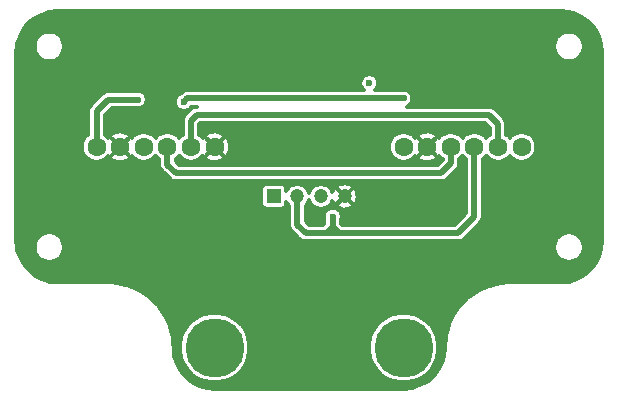
<source format=gbr>
G04 #@! TF.GenerationSoftware,KiCad,Pcbnew,(5.1.10)-1*
G04 #@! TF.CreationDate,2022-05-11T11:06:37+08:00*
G04 #@! TF.ProjectId,RUS-04_1x9,5255532d-3034-45f3-9178-392e6b696361,rev?*
G04 #@! TF.SameCoordinates,Original*
G04 #@! TF.FileFunction,Copper,L2,Bot*
G04 #@! TF.FilePolarity,Positive*
%FSLAX45Y45*%
G04 Gerber Fmt 4.5, Leading zero omitted, Abs format (unit mm)*
G04 Created by KiCad (PCBNEW (5.1.10)-1) date 2022-05-11 11:06:37*
%MOMM*%
%LPD*%
G01*
G04 APERTURE LIST*
G04 #@! TA.AperFunction,ComponentPad*
%ADD10C,1.600000*%
G04 #@! TD*
G04 #@! TA.AperFunction,ComponentPad*
%ADD11C,1.200000*%
G04 #@! TD*
G04 #@! TA.AperFunction,ComponentPad*
%ADD12R,1.200000X1.200000*%
G04 #@! TD*
G04 #@! TA.AperFunction,ComponentPad*
%ADD13C,5.000000*%
G04 #@! TD*
G04 #@! TA.AperFunction,ViaPad*
%ADD14C,0.600000*%
G04 #@! TD*
G04 #@! TA.AperFunction,Conductor*
%ADD15C,0.500000*%
G04 #@! TD*
G04 #@! TA.AperFunction,Conductor*
%ADD16C,0.300000*%
G04 #@! TD*
G04 #@! TA.AperFunction,Conductor*
%ADD17C,0.100000*%
G04 #@! TD*
G04 APERTURE END LIST*
D10*
X6900000Y-3960000D03*
X6700000Y-3960000D03*
X6100000Y-3960000D03*
X6500000Y-3960000D03*
X6300000Y-3960000D03*
X7100000Y-3960000D03*
X9500000Y-3960000D03*
X9300000Y-3960000D03*
X8700000Y-3960000D03*
X9100000Y-3960000D03*
X8900000Y-3960000D03*
X9700000Y-3960000D03*
D11*
X8200000Y-4380000D03*
X8000000Y-4380000D03*
D12*
X7600000Y-4380000D03*
D11*
X7800000Y-4380000D03*
D13*
X8700000Y-5660000D03*
X7100000Y-5660000D03*
D14*
X6500000Y-4420000D03*
X6500000Y-4420000D03*
X5620000Y-3350000D03*
X6500000Y-4580000D03*
X5620000Y-3350000D03*
X5832500Y-2997500D03*
X6100000Y-3120000D03*
X6580000Y-3260000D03*
X6575000Y-2975000D03*
X6650000Y-3280000D03*
X7650000Y-3970000D03*
X7910000Y-3970000D03*
X8030000Y-3970000D03*
X8410000Y-3420000D03*
X8100000Y-4550000D03*
X8100000Y-4550000D03*
X6450000Y-3560000D03*
X6450000Y-3560000D03*
X8700000Y-3550000D03*
X8700000Y-3550000D03*
X6840500Y-3579500D03*
D15*
X9500000Y-3770000D02*
X9420000Y-3690000D01*
X6950000Y-3690000D02*
X6900000Y-3740000D01*
X6900000Y-3740000D02*
X6900000Y-3960000D01*
X9500000Y-3960000D02*
X9500000Y-3770000D01*
X9500000Y-3770000D02*
X9420000Y-3690000D01*
X9500000Y-3960000D02*
X9500000Y-3770000D01*
X9420000Y-3690000D02*
X6950000Y-3690000D01*
X6900000Y-3740000D02*
X6900000Y-3960000D01*
X9420000Y-3690000D02*
X6950000Y-3690000D01*
X6950000Y-3690000D02*
X6900000Y-3740000D01*
X9300000Y-3960000D02*
X9300000Y-4550000D01*
X8030000Y-4690000D02*
X8050000Y-4690000D01*
X8150000Y-4690000D02*
X8100000Y-4640000D01*
X7870000Y-4690000D02*
X7800000Y-4620000D01*
X8100000Y-4640000D02*
X8100000Y-4550000D01*
X8110000Y-4690000D02*
X8030000Y-4690000D01*
X8180000Y-4690000D02*
X8150000Y-4690000D01*
X8180000Y-4690000D02*
X8110000Y-4690000D01*
X8030000Y-4690000D02*
X7870000Y-4690000D01*
X8110000Y-4690000D02*
X8100000Y-4680000D01*
X8050000Y-4690000D02*
X8100000Y-4640000D01*
X8100000Y-4680000D02*
X8100000Y-4640000D01*
X9300000Y-4550000D02*
X9160000Y-4690000D01*
X9160000Y-4690000D02*
X8180000Y-4690000D01*
X7800000Y-4620000D02*
X7800000Y-4380000D01*
X9160000Y-4690000D02*
X8180000Y-4690000D01*
X8050000Y-4690000D02*
X8100000Y-4640000D01*
X7800000Y-4620000D02*
X7800000Y-4380000D01*
X8030000Y-4690000D02*
X7870000Y-4690000D01*
X8110000Y-4690000D02*
X8030000Y-4690000D01*
X8100000Y-4640000D02*
X8100000Y-4550000D01*
X8180000Y-4690000D02*
X8150000Y-4690000D01*
X8100000Y-4680000D02*
X8100000Y-4640000D01*
X7870000Y-4690000D02*
X7800000Y-4620000D01*
X8110000Y-4690000D02*
X8100000Y-4680000D01*
X8150000Y-4690000D02*
X8100000Y-4640000D01*
X8180000Y-4690000D02*
X8110000Y-4690000D01*
X9300000Y-3960000D02*
X9300000Y-4550000D01*
X8030000Y-4690000D02*
X8050000Y-4690000D01*
X9300000Y-4550000D02*
X9160000Y-4690000D01*
X9100000Y-4100000D02*
X9020000Y-4180000D01*
X9020000Y-4180000D02*
X6770000Y-4180000D01*
X6700000Y-4110000D02*
X6700000Y-3960000D01*
X6770000Y-4180000D02*
X6700000Y-4110000D01*
X9100000Y-4100000D02*
X9020000Y-4180000D01*
X6700000Y-4110000D02*
X6700000Y-3960000D01*
X9020000Y-4180000D02*
X6770000Y-4180000D01*
X6770000Y-4180000D02*
X6700000Y-4110000D01*
X9100000Y-3960000D02*
X9100000Y-4100000D01*
X9100000Y-3960000D02*
X9100000Y-4100000D01*
X6100000Y-3660000D02*
X6100000Y-3960000D01*
X6450000Y-3560000D02*
X6200000Y-3560000D01*
X6200000Y-3560000D02*
X6100000Y-3660000D01*
X6100000Y-3660000D02*
X6100000Y-3960000D01*
X6200000Y-3560000D02*
X6100000Y-3660000D01*
X6450000Y-3560000D02*
X6200000Y-3560000D01*
X8700000Y-3550000D02*
X6870000Y-3550000D01*
X6870000Y-3550000D02*
X6840500Y-3579500D01*
X8700000Y-3550000D02*
X6880000Y-3550000D01*
D16*
X10097447Y-2819365D02*
X10162326Y-2838953D01*
X10222164Y-2870770D01*
X10274683Y-2913603D01*
X10317882Y-2965821D01*
X10350115Y-3025436D01*
X10370156Y-3090176D01*
X10377500Y-3160050D01*
X10377500Y-3160096D01*
X10377500Y-4757432D01*
X10370635Y-4827447D01*
X10351047Y-4892326D01*
X10319231Y-4952164D01*
X10276397Y-5004683D01*
X10224178Y-5047882D01*
X10164564Y-5080115D01*
X10099824Y-5100156D01*
X10029950Y-5107500D01*
X10029904Y-5107500D01*
X9597421Y-5107500D01*
X9595505Y-5107689D01*
X9523114Y-5113005D01*
X9521891Y-5113205D01*
X9520651Y-5113244D01*
X9514703Y-5114314D01*
X9428264Y-5135066D01*
X9426699Y-5135593D01*
X9425083Y-5135937D01*
X9419418Y-5138044D01*
X9338021Y-5173774D01*
X9336573Y-5174570D01*
X9335044Y-5175194D01*
X9329842Y-5178271D01*
X9256058Y-5227851D01*
X9254775Y-5228891D01*
X9253380Y-5229776D01*
X9248806Y-5233724D01*
X9248804Y-5233725D01*
X9248804Y-5233726D01*
X9184967Y-5295588D01*
X9183888Y-5296838D01*
X9182672Y-5297957D01*
X9178869Y-5302652D01*
X9178868Y-5302654D01*
X9178868Y-5302654D01*
X9126995Y-5374843D01*
X9126154Y-5376265D01*
X9125155Y-5377581D01*
X9122244Y-5382876D01*
X9122243Y-5382877D01*
X9122243Y-5382878D01*
X9083973Y-5463112D01*
X9083398Y-5464660D01*
X9082648Y-5466132D01*
X9080720Y-5471861D01*
X9057263Y-5557604D01*
X9056970Y-5559230D01*
X9056493Y-5560811D01*
X9055610Y-5566791D01*
X9047727Y-5655115D01*
X9040635Y-5727447D01*
X9021047Y-5792326D01*
X8989231Y-5852164D01*
X8946397Y-5904683D01*
X8894178Y-5947882D01*
X8834564Y-5980115D01*
X8769824Y-6000156D01*
X8699950Y-6007500D01*
X8699904Y-6007500D01*
X7102567Y-6007500D01*
X7032553Y-6000635D01*
X6967674Y-5981047D01*
X6907836Y-5949230D01*
X6855317Y-5906397D01*
X6812118Y-5854178D01*
X6779885Y-5794564D01*
X6759844Y-5729824D01*
X6752500Y-5659950D01*
X6752500Y-5659818D01*
X6752401Y-5658849D01*
X6752359Y-5656155D01*
X6750508Y-5630945D01*
X6805000Y-5630945D01*
X6805000Y-5689055D01*
X6816337Y-5746048D01*
X6838574Y-5799735D01*
X6870858Y-5848052D01*
X6911948Y-5889141D01*
X6960265Y-5921426D01*
X7013952Y-5943663D01*
X7070945Y-5955000D01*
X7129055Y-5955000D01*
X7186048Y-5943663D01*
X7239735Y-5921426D01*
X7288052Y-5889141D01*
X7329141Y-5848052D01*
X7361426Y-5799735D01*
X7383663Y-5746048D01*
X7395000Y-5689055D01*
X7395000Y-5630945D01*
X8405000Y-5630945D01*
X8405000Y-5689055D01*
X8416337Y-5746048D01*
X8438574Y-5799735D01*
X8470859Y-5848052D01*
X8511948Y-5889141D01*
X8560265Y-5921426D01*
X8613952Y-5943663D01*
X8670945Y-5955000D01*
X8729055Y-5955000D01*
X8786048Y-5943663D01*
X8839735Y-5921426D01*
X8888052Y-5889141D01*
X8929142Y-5848052D01*
X8961426Y-5799735D01*
X8983663Y-5746048D01*
X8995000Y-5689055D01*
X8995000Y-5630945D01*
X8983663Y-5573952D01*
X8961426Y-5520265D01*
X8929142Y-5471948D01*
X8888052Y-5430859D01*
X8839735Y-5398574D01*
X8786048Y-5376337D01*
X8729055Y-5365000D01*
X8670945Y-5365000D01*
X8613952Y-5376337D01*
X8560265Y-5398574D01*
X8511948Y-5430859D01*
X8470859Y-5471948D01*
X8438574Y-5520265D01*
X8416337Y-5573952D01*
X8405000Y-5630945D01*
X7395000Y-5630945D01*
X7383663Y-5573952D01*
X7361426Y-5520265D01*
X7329141Y-5471948D01*
X7288052Y-5430859D01*
X7239735Y-5398574D01*
X7186048Y-5376337D01*
X7129055Y-5365000D01*
X7070945Y-5365000D01*
X7013952Y-5376337D01*
X6960265Y-5398574D01*
X6911948Y-5430859D01*
X6870858Y-5471948D01*
X6838574Y-5520265D01*
X6816337Y-5573952D01*
X6805000Y-5630945D01*
X6750508Y-5630945D01*
X6746995Y-5583114D01*
X6746795Y-5581891D01*
X6746756Y-5580651D01*
X6745686Y-5574703D01*
X6724934Y-5488264D01*
X6724407Y-5486699D01*
X6724063Y-5485083D01*
X6721956Y-5479418D01*
X6686226Y-5398021D01*
X6685430Y-5396573D01*
X6684806Y-5395044D01*
X6681729Y-5389842D01*
X6632149Y-5316058D01*
X6631109Y-5314775D01*
X6630224Y-5313380D01*
X6626276Y-5308806D01*
X6626275Y-5308804D01*
X6626274Y-5308804D01*
X6564412Y-5244967D01*
X6563162Y-5243888D01*
X6562043Y-5242672D01*
X6557348Y-5238869D01*
X6557346Y-5238868D01*
X6557346Y-5238868D01*
X6485157Y-5186995D01*
X6483735Y-5186154D01*
X6482419Y-5185155D01*
X6477124Y-5182244D01*
X6477123Y-5182243D01*
X6477122Y-5182243D01*
X6396888Y-5143973D01*
X6395340Y-5143398D01*
X6393868Y-5142648D01*
X6388140Y-5140720D01*
X6388139Y-5140720D01*
X6388139Y-5140720D01*
X6302396Y-5117263D01*
X6300770Y-5116970D01*
X6299189Y-5116493D01*
X6293210Y-5115610D01*
X6293209Y-5115610D01*
X6293209Y-5115610D01*
X6204896Y-5107728D01*
X6202579Y-5107500D01*
X5772567Y-5107500D01*
X5702553Y-5100635D01*
X5637674Y-5081047D01*
X5577836Y-5049231D01*
X5525317Y-5006397D01*
X5482118Y-4954178D01*
X5449885Y-4894564D01*
X5429844Y-4829824D01*
X5426467Y-4797689D01*
X5575000Y-4797689D01*
X5575000Y-4822311D01*
X5579804Y-4846461D01*
X5589227Y-4869210D01*
X5602906Y-4889683D01*
X5620317Y-4907094D01*
X5640790Y-4920774D01*
X5663539Y-4930196D01*
X5687689Y-4935000D01*
X5712311Y-4935000D01*
X5736461Y-4930196D01*
X5759210Y-4920774D01*
X5779683Y-4907094D01*
X5797094Y-4889683D01*
X5810773Y-4869210D01*
X5820196Y-4846461D01*
X5825000Y-4822311D01*
X5825000Y-4797689D01*
X9975000Y-4797689D01*
X9975000Y-4822311D01*
X9979804Y-4846461D01*
X9989227Y-4869210D01*
X10002906Y-4889683D01*
X10020317Y-4907094D01*
X10040790Y-4920774D01*
X10063539Y-4930196D01*
X10087689Y-4935000D01*
X10112311Y-4935000D01*
X10136461Y-4930196D01*
X10159210Y-4920774D01*
X10179683Y-4907094D01*
X10197094Y-4889683D01*
X10210774Y-4869210D01*
X10220196Y-4846461D01*
X10225000Y-4822311D01*
X10225000Y-4797689D01*
X10220196Y-4773539D01*
X10210774Y-4750790D01*
X10197094Y-4730317D01*
X10179683Y-4712906D01*
X10159210Y-4699227D01*
X10136461Y-4689804D01*
X10112311Y-4685000D01*
X10087689Y-4685000D01*
X10063539Y-4689804D01*
X10040790Y-4699227D01*
X10020317Y-4712906D01*
X10002906Y-4730317D01*
X9989227Y-4750790D01*
X9979804Y-4773539D01*
X9975000Y-4797689D01*
X5825000Y-4797689D01*
X5820196Y-4773539D01*
X5810773Y-4750790D01*
X5797094Y-4730317D01*
X5779683Y-4712906D01*
X5759210Y-4699227D01*
X5736461Y-4689804D01*
X5712311Y-4685000D01*
X5687689Y-4685000D01*
X5663539Y-4689804D01*
X5640790Y-4699227D01*
X5620317Y-4712906D01*
X5602906Y-4730317D01*
X5589227Y-4750790D01*
X5579804Y-4773539D01*
X5575000Y-4797689D01*
X5426467Y-4797689D01*
X5422500Y-4759950D01*
X5422500Y-4759904D01*
X5422500Y-3947689D01*
X5975000Y-3947689D01*
X5975000Y-3972311D01*
X5979804Y-3996461D01*
X5989226Y-4019210D01*
X6002906Y-4039683D01*
X6020317Y-4057094D01*
X6040790Y-4070773D01*
X6063539Y-4080196D01*
X6087689Y-4085000D01*
X6112311Y-4085000D01*
X6136461Y-4080196D01*
X6159210Y-4070773D01*
X6179683Y-4057094D01*
X6191498Y-4045279D01*
X6218257Y-4045279D01*
X6225255Y-4067131D01*
X6247591Y-4079655D01*
X6271942Y-4087580D01*
X6297371Y-4090602D01*
X6322900Y-4088606D01*
X6347550Y-4081667D01*
X6370373Y-4070053D01*
X6374745Y-4067131D01*
X6381743Y-4045279D01*
X6300000Y-3963535D01*
X6218257Y-4045279D01*
X6191498Y-4045279D01*
X6197094Y-4039683D01*
X6199067Y-4036730D01*
X6214721Y-4041743D01*
X6296464Y-3960000D01*
X6303535Y-3960000D01*
X6385279Y-4041743D01*
X6400933Y-4036730D01*
X6402906Y-4039683D01*
X6420317Y-4057094D01*
X6440790Y-4070773D01*
X6463539Y-4080196D01*
X6487689Y-4085000D01*
X6512311Y-4085000D01*
X6536461Y-4080196D01*
X6559210Y-4070773D01*
X6579683Y-4057094D01*
X6597094Y-4039683D01*
X6600000Y-4035333D01*
X6602906Y-4039683D01*
X6620317Y-4057094D01*
X6630000Y-4063564D01*
X6630000Y-4106561D01*
X6629661Y-4110000D01*
X6630000Y-4113439D01*
X6630000Y-4113439D01*
X6631013Y-4123722D01*
X6635015Y-4136917D01*
X6641515Y-4149078D01*
X6648071Y-4157066D01*
X6650263Y-4159737D01*
X6652934Y-4161929D01*
X6718070Y-4227065D01*
X6720263Y-4229737D01*
X6730922Y-4238485D01*
X6743082Y-4244985D01*
X6756278Y-4248987D01*
X6766561Y-4250000D01*
X6766561Y-4250000D01*
X6770000Y-4250339D01*
X6773439Y-4250000D01*
X9016561Y-4250000D01*
X9020000Y-4250339D01*
X9023439Y-4250000D01*
X9023439Y-4250000D01*
X9033722Y-4248987D01*
X9046918Y-4244985D01*
X9059078Y-4238485D01*
X9069737Y-4229737D01*
X9071930Y-4227065D01*
X9147066Y-4151929D01*
X9149737Y-4149737D01*
X9151929Y-4147066D01*
X9158485Y-4139078D01*
X9164985Y-4126917D01*
X9165954Y-4123722D01*
X9168987Y-4113722D01*
X9170000Y-4103439D01*
X9170000Y-4103439D01*
X9170339Y-4100000D01*
X9170000Y-4096561D01*
X9170000Y-4063564D01*
X9179683Y-4057094D01*
X9197094Y-4039683D01*
X9200000Y-4035333D01*
X9202906Y-4039683D01*
X9220317Y-4057094D01*
X9230000Y-4063564D01*
X9230000Y-4521005D01*
X9131005Y-4620000D01*
X8178995Y-4620000D01*
X8170000Y-4611005D01*
X8170000Y-4576990D01*
X8172118Y-4571877D01*
X8175000Y-4557387D01*
X8175000Y-4542613D01*
X8172118Y-4528123D01*
X8166464Y-4514474D01*
X8158256Y-4502190D01*
X8147810Y-4491744D01*
X8135526Y-4483536D01*
X8121877Y-4477882D01*
X8107387Y-4475000D01*
X8092613Y-4475000D01*
X8078123Y-4477882D01*
X8064474Y-4483536D01*
X8052190Y-4491744D01*
X8041744Y-4502190D01*
X8033536Y-4514474D01*
X8027882Y-4528123D01*
X8025000Y-4542613D01*
X8025000Y-4557387D01*
X8027882Y-4571877D01*
X8030000Y-4576990D01*
X8030000Y-4611005D01*
X8021005Y-4620000D01*
X7898995Y-4620000D01*
X7870000Y-4591005D01*
X7870000Y-4458493D01*
X7881559Y-4446934D01*
X7893050Y-4429736D01*
X7900000Y-4412957D01*
X7906950Y-4429736D01*
X7918441Y-4446934D01*
X7933066Y-4461559D01*
X7950264Y-4473050D01*
X7969373Y-4480965D01*
X7989658Y-4485000D01*
X8010342Y-4485000D01*
X8030627Y-4480965D01*
X8049736Y-4473050D01*
X8066934Y-4461559D01*
X8077428Y-4451064D01*
X8132471Y-4451064D01*
X8137070Y-4470869D01*
X8156007Y-4481400D01*
X8176634Y-4488034D01*
X8198160Y-4490517D01*
X8219756Y-4488752D01*
X8240593Y-4482809D01*
X8259870Y-4472914D01*
X8262930Y-4470869D01*
X8267529Y-4451064D01*
X8200000Y-4383536D01*
X8132471Y-4451064D01*
X8077428Y-4451064D01*
X8081559Y-4446934D01*
X8093050Y-4429736D01*
X8097047Y-4420086D01*
X8097191Y-4420593D01*
X8107086Y-4439870D01*
X8109131Y-4442930D01*
X8128936Y-4447529D01*
X8196464Y-4380000D01*
X8203535Y-4380000D01*
X8271064Y-4447529D01*
X8290869Y-4442930D01*
X8301400Y-4423993D01*
X8308034Y-4403366D01*
X8310517Y-4381840D01*
X8308752Y-4360244D01*
X8302808Y-4339407D01*
X8292914Y-4320130D01*
X8290869Y-4317070D01*
X8271064Y-4312471D01*
X8203535Y-4380000D01*
X8196464Y-4380000D01*
X8128936Y-4312471D01*
X8109131Y-4317070D01*
X8098600Y-4336007D01*
X8097214Y-4340317D01*
X8093050Y-4330264D01*
X8081559Y-4313066D01*
X8077428Y-4308936D01*
X8132471Y-4308936D01*
X8200000Y-4376465D01*
X8267529Y-4308936D01*
X8262930Y-4289131D01*
X8243993Y-4278600D01*
X8223366Y-4271966D01*
X8201840Y-4269483D01*
X8180244Y-4271248D01*
X8159407Y-4277192D01*
X8140130Y-4287086D01*
X8137070Y-4289131D01*
X8132471Y-4308936D01*
X8077428Y-4308936D01*
X8066934Y-4298441D01*
X8049736Y-4286950D01*
X8030627Y-4279035D01*
X8010342Y-4275000D01*
X7989658Y-4275000D01*
X7969373Y-4279035D01*
X7950264Y-4286950D01*
X7933066Y-4298441D01*
X7918441Y-4313066D01*
X7906950Y-4330264D01*
X7900000Y-4347043D01*
X7893050Y-4330264D01*
X7881559Y-4313066D01*
X7866934Y-4298441D01*
X7849736Y-4286950D01*
X7830627Y-4279035D01*
X7810342Y-4275000D01*
X7789658Y-4275000D01*
X7769373Y-4279035D01*
X7750264Y-4286950D01*
X7733066Y-4298441D01*
X7718441Y-4313066D01*
X7706950Y-4330264D01*
X7705218Y-4334446D01*
X7705218Y-4320000D01*
X7704349Y-4311179D01*
X7701776Y-4302696D01*
X7697597Y-4294878D01*
X7691974Y-4288026D01*
X7685122Y-4282403D01*
X7677304Y-4278224D01*
X7668821Y-4275651D01*
X7660000Y-4274782D01*
X7540000Y-4274782D01*
X7531178Y-4275651D01*
X7522696Y-4278224D01*
X7514878Y-4282403D01*
X7508026Y-4288026D01*
X7502403Y-4294878D01*
X7498224Y-4302696D01*
X7495651Y-4311179D01*
X7494782Y-4320000D01*
X7494782Y-4440000D01*
X7495651Y-4448822D01*
X7498224Y-4457304D01*
X7502403Y-4465122D01*
X7508026Y-4471974D01*
X7514878Y-4477597D01*
X7522696Y-4481776D01*
X7531178Y-4484349D01*
X7540000Y-4485218D01*
X7660000Y-4485218D01*
X7668821Y-4484349D01*
X7677304Y-4481776D01*
X7685122Y-4477597D01*
X7691974Y-4471974D01*
X7697597Y-4465122D01*
X7701776Y-4457304D01*
X7704349Y-4448822D01*
X7705218Y-4440000D01*
X7705218Y-4425554D01*
X7706950Y-4429736D01*
X7718441Y-4446934D01*
X7730000Y-4458493D01*
X7730000Y-4616561D01*
X7729661Y-4620000D01*
X7730000Y-4623439D01*
X7730000Y-4623439D01*
X7731013Y-4633722D01*
X7735015Y-4646917D01*
X7741515Y-4659078D01*
X7747424Y-4666278D01*
X7750263Y-4669737D01*
X7752934Y-4671929D01*
X7818070Y-4737065D01*
X7820263Y-4739737D01*
X7830922Y-4748485D01*
X7843082Y-4754985D01*
X7856278Y-4758987D01*
X7866561Y-4760000D01*
X7866561Y-4760000D01*
X7870000Y-4760339D01*
X7873439Y-4760000D01*
X8046561Y-4760000D01*
X8050000Y-4760339D01*
X8053439Y-4760000D01*
X8106561Y-4760000D01*
X8110000Y-4760339D01*
X8113439Y-4760000D01*
X8146561Y-4760000D01*
X8150000Y-4760339D01*
X8153439Y-4760000D01*
X9156561Y-4760000D01*
X9160000Y-4760339D01*
X9163439Y-4760000D01*
X9163439Y-4760000D01*
X9173722Y-4758987D01*
X9186918Y-4754985D01*
X9199078Y-4748485D01*
X9209737Y-4739737D01*
X9211930Y-4737065D01*
X9347066Y-4601929D01*
X9349737Y-4599737D01*
X9351929Y-4597066D01*
X9358485Y-4589078D01*
X9364985Y-4576918D01*
X9366776Y-4571013D01*
X9368987Y-4563722D01*
X9370000Y-4553439D01*
X9370000Y-4553439D01*
X9370339Y-4550000D01*
X9370000Y-4546561D01*
X9370000Y-4063564D01*
X9379683Y-4057094D01*
X9397094Y-4039683D01*
X9400000Y-4035333D01*
X9402906Y-4039683D01*
X9420317Y-4057094D01*
X9440790Y-4070773D01*
X9463539Y-4080196D01*
X9487689Y-4085000D01*
X9512311Y-4085000D01*
X9536461Y-4080196D01*
X9559210Y-4070773D01*
X9579683Y-4057094D01*
X9597094Y-4039683D01*
X9600000Y-4035333D01*
X9602906Y-4039683D01*
X9620317Y-4057094D01*
X9640790Y-4070773D01*
X9663539Y-4080196D01*
X9687689Y-4085000D01*
X9712311Y-4085000D01*
X9736461Y-4080196D01*
X9759210Y-4070773D01*
X9779683Y-4057094D01*
X9797094Y-4039683D01*
X9810774Y-4019210D01*
X9820196Y-3996461D01*
X9825000Y-3972311D01*
X9825000Y-3947689D01*
X9820196Y-3923539D01*
X9810774Y-3900790D01*
X9797094Y-3880317D01*
X9779683Y-3862906D01*
X9759210Y-3849226D01*
X9736461Y-3839804D01*
X9712311Y-3835000D01*
X9687689Y-3835000D01*
X9663539Y-3839804D01*
X9640790Y-3849226D01*
X9620317Y-3862906D01*
X9602906Y-3880317D01*
X9600000Y-3884667D01*
X9597094Y-3880317D01*
X9579683Y-3862906D01*
X9570000Y-3856436D01*
X9570000Y-3773439D01*
X9570339Y-3770000D01*
X9570000Y-3766561D01*
X9568987Y-3756278D01*
X9564985Y-3743082D01*
X9561769Y-3737066D01*
X9558485Y-3730922D01*
X9551929Y-3722934D01*
X9551929Y-3722934D01*
X9549737Y-3720263D01*
X9547066Y-3718071D01*
X9471930Y-3642935D01*
X9469737Y-3640263D01*
X9459078Y-3631515D01*
X9446918Y-3625015D01*
X9433722Y-3621013D01*
X9423439Y-3620000D01*
X9423439Y-3620000D01*
X9420000Y-3619661D01*
X9416561Y-3620000D01*
X8726989Y-3620000D01*
X8735526Y-3616464D01*
X8747809Y-3608256D01*
X8758256Y-3597810D01*
X8766464Y-3585526D01*
X8772118Y-3571877D01*
X8775000Y-3557387D01*
X8775000Y-3542613D01*
X8772118Y-3528123D01*
X8766464Y-3514474D01*
X8758256Y-3502190D01*
X8747809Y-3491744D01*
X8735526Y-3483536D01*
X8721876Y-3477882D01*
X8707387Y-3475000D01*
X8692613Y-3475000D01*
X8678123Y-3477882D01*
X8673010Y-3480000D01*
X8455200Y-3480000D01*
X8457810Y-3478256D01*
X8468256Y-3467810D01*
X8476464Y-3455526D01*
X8482118Y-3441877D01*
X8485000Y-3427387D01*
X8485000Y-3412613D01*
X8482118Y-3398123D01*
X8476464Y-3384474D01*
X8468256Y-3372190D01*
X8457810Y-3361744D01*
X8445526Y-3353536D01*
X8431877Y-3347882D01*
X8417387Y-3345000D01*
X8402613Y-3345000D01*
X8388123Y-3347882D01*
X8374474Y-3353536D01*
X8362190Y-3361744D01*
X8351744Y-3372190D01*
X8343536Y-3384474D01*
X8337882Y-3398123D01*
X8335000Y-3412613D01*
X8335000Y-3427387D01*
X8337882Y-3441877D01*
X8343536Y-3455526D01*
X8351744Y-3467810D01*
X8362190Y-3478256D01*
X8364800Y-3480000D01*
X6873439Y-3480000D01*
X6870000Y-3479661D01*
X6866561Y-3480000D01*
X6866561Y-3480000D01*
X6856278Y-3481013D01*
X6843082Y-3485015D01*
X6830922Y-3491515D01*
X6820263Y-3500263D01*
X6818070Y-3502935D01*
X6810087Y-3510918D01*
X6804974Y-3513036D01*
X6792690Y-3521244D01*
X6782244Y-3531690D01*
X6774036Y-3543974D01*
X6768382Y-3557623D01*
X6765500Y-3572113D01*
X6765500Y-3586887D01*
X6768382Y-3601377D01*
X6774036Y-3615026D01*
X6782244Y-3627310D01*
X6792690Y-3637756D01*
X6804974Y-3645964D01*
X6818623Y-3651618D01*
X6833113Y-3654500D01*
X6847887Y-3654500D01*
X6862377Y-3651618D01*
X6876026Y-3645964D01*
X6888310Y-3637756D01*
X6898756Y-3627310D01*
X6903640Y-3620000D01*
X6946561Y-3620000D01*
X6936278Y-3621013D01*
X6923082Y-3625015D01*
X6910922Y-3631515D01*
X6900263Y-3640263D01*
X6898071Y-3642934D01*
X6852934Y-3688071D01*
X6850263Y-3690263D01*
X6848071Y-3692934D01*
X6848071Y-3692934D01*
X6841515Y-3700922D01*
X6836804Y-3709737D01*
X6835015Y-3713083D01*
X6831013Y-3726278D01*
X6830000Y-3736561D01*
X6829661Y-3740000D01*
X6830000Y-3743439D01*
X6830000Y-3856436D01*
X6820317Y-3862906D01*
X6802906Y-3880317D01*
X6800000Y-3884667D01*
X6797094Y-3880317D01*
X6779683Y-3862906D01*
X6759210Y-3849226D01*
X6736461Y-3839804D01*
X6712311Y-3835000D01*
X6687689Y-3835000D01*
X6663539Y-3839804D01*
X6640790Y-3849226D01*
X6620317Y-3862906D01*
X6602906Y-3880317D01*
X6600000Y-3884667D01*
X6597094Y-3880317D01*
X6579683Y-3862906D01*
X6559210Y-3849226D01*
X6536461Y-3839804D01*
X6512311Y-3835000D01*
X6487689Y-3835000D01*
X6463539Y-3839804D01*
X6440790Y-3849226D01*
X6420317Y-3862906D01*
X6402906Y-3880317D01*
X6400933Y-3883270D01*
X6385279Y-3878257D01*
X6303535Y-3960000D01*
X6296464Y-3960000D01*
X6214721Y-3878257D01*
X6199067Y-3883270D01*
X6197094Y-3880317D01*
X6191498Y-3874721D01*
X6218257Y-3874721D01*
X6300000Y-3956464D01*
X6381743Y-3874721D01*
X6374745Y-3852869D01*
X6352409Y-3840345D01*
X6328058Y-3832420D01*
X6302629Y-3829397D01*
X6277100Y-3831394D01*
X6252450Y-3838333D01*
X6229627Y-3849947D01*
X6225255Y-3852869D01*
X6218257Y-3874721D01*
X6191498Y-3874721D01*
X6179683Y-3862906D01*
X6170000Y-3856436D01*
X6170000Y-3688995D01*
X6228995Y-3630000D01*
X6423010Y-3630000D01*
X6428123Y-3632118D01*
X6442613Y-3635000D01*
X6457387Y-3635000D01*
X6471877Y-3632118D01*
X6485526Y-3626464D01*
X6497810Y-3618256D01*
X6508256Y-3607810D01*
X6516464Y-3595526D01*
X6522118Y-3581877D01*
X6525000Y-3567387D01*
X6525000Y-3552613D01*
X6522118Y-3538123D01*
X6516464Y-3524474D01*
X6508256Y-3512190D01*
X6497810Y-3501744D01*
X6485526Y-3493536D01*
X6471877Y-3487882D01*
X6457387Y-3485000D01*
X6442613Y-3485000D01*
X6428123Y-3487882D01*
X6423010Y-3490000D01*
X6203439Y-3490000D01*
X6200000Y-3489661D01*
X6186278Y-3491013D01*
X6173082Y-3495015D01*
X6160922Y-3501515D01*
X6160100Y-3502190D01*
X6150263Y-3510263D01*
X6148071Y-3512934D01*
X6052934Y-3608071D01*
X6050263Y-3610263D01*
X6048071Y-3612934D01*
X6048071Y-3612934D01*
X6041515Y-3620922D01*
X6038101Y-3627310D01*
X6035015Y-3633083D01*
X6031013Y-3646278D01*
X6030487Y-3651618D01*
X6029661Y-3660000D01*
X6030000Y-3663439D01*
X6030000Y-3856436D01*
X6020317Y-3862906D01*
X6002906Y-3880317D01*
X5989226Y-3900790D01*
X5979804Y-3923539D01*
X5975000Y-3947689D01*
X5422500Y-3947689D01*
X5422500Y-3162567D01*
X5428861Y-3097689D01*
X5575000Y-3097689D01*
X5575000Y-3122311D01*
X5579804Y-3146461D01*
X5589227Y-3169210D01*
X5602906Y-3189683D01*
X5620317Y-3207094D01*
X5640790Y-3220773D01*
X5663539Y-3230196D01*
X5687689Y-3235000D01*
X5712311Y-3235000D01*
X5736461Y-3230196D01*
X5759210Y-3220773D01*
X5779683Y-3207094D01*
X5797094Y-3189683D01*
X5810773Y-3169210D01*
X5820196Y-3146461D01*
X5825000Y-3122311D01*
X5825000Y-3097689D01*
X9975000Y-3097689D01*
X9975000Y-3122311D01*
X9979804Y-3146461D01*
X9989227Y-3169210D01*
X10002906Y-3189683D01*
X10020317Y-3207094D01*
X10040790Y-3220773D01*
X10063539Y-3230196D01*
X10087689Y-3235000D01*
X10112311Y-3235000D01*
X10136461Y-3230196D01*
X10159210Y-3220773D01*
X10179683Y-3207094D01*
X10197094Y-3189683D01*
X10210774Y-3169210D01*
X10220196Y-3146461D01*
X10225000Y-3122311D01*
X10225000Y-3097689D01*
X10220196Y-3073539D01*
X10210774Y-3050790D01*
X10197094Y-3030317D01*
X10179683Y-3012906D01*
X10159210Y-2999226D01*
X10136461Y-2989804D01*
X10112311Y-2985000D01*
X10087689Y-2985000D01*
X10063539Y-2989804D01*
X10040790Y-2999226D01*
X10020317Y-3012906D01*
X10002906Y-3030317D01*
X9989227Y-3050790D01*
X9979804Y-3073539D01*
X9975000Y-3097689D01*
X5825000Y-3097689D01*
X5820196Y-3073539D01*
X5810773Y-3050790D01*
X5797094Y-3030317D01*
X5779683Y-3012906D01*
X5759210Y-2999226D01*
X5736461Y-2989804D01*
X5712311Y-2985000D01*
X5687689Y-2985000D01*
X5663539Y-2989804D01*
X5640790Y-2999226D01*
X5620317Y-3012906D01*
X5602906Y-3030317D01*
X5589227Y-3050790D01*
X5579804Y-3073539D01*
X5575000Y-3097689D01*
X5428861Y-3097689D01*
X5429365Y-3092553D01*
X5448953Y-3027674D01*
X5480770Y-2967836D01*
X5523603Y-2915317D01*
X5575821Y-2872118D01*
X5635436Y-2839885D01*
X5700176Y-2819844D01*
X5770050Y-2812500D01*
X5770096Y-2812500D01*
X10027433Y-2812500D01*
X10097447Y-2819365D01*
G04 #@! TA.AperFunction,Conductor*
D17*
G36*
X10097447Y-2819365D02*
G01*
X10162326Y-2838953D01*
X10222164Y-2870770D01*
X10274683Y-2913603D01*
X10317882Y-2965821D01*
X10350115Y-3025436D01*
X10370156Y-3090176D01*
X10377500Y-3160050D01*
X10377500Y-3160096D01*
X10377500Y-4757432D01*
X10370635Y-4827447D01*
X10351047Y-4892326D01*
X10319231Y-4952164D01*
X10276397Y-5004683D01*
X10224178Y-5047882D01*
X10164564Y-5080115D01*
X10099824Y-5100156D01*
X10029950Y-5107500D01*
X10029904Y-5107500D01*
X9597421Y-5107500D01*
X9595505Y-5107689D01*
X9523114Y-5113005D01*
X9521891Y-5113205D01*
X9520651Y-5113244D01*
X9514703Y-5114314D01*
X9428264Y-5135066D01*
X9426699Y-5135593D01*
X9425083Y-5135937D01*
X9419418Y-5138044D01*
X9338021Y-5173774D01*
X9336573Y-5174570D01*
X9335044Y-5175194D01*
X9329842Y-5178271D01*
X9256058Y-5227851D01*
X9254775Y-5228891D01*
X9253380Y-5229776D01*
X9248806Y-5233724D01*
X9248804Y-5233725D01*
X9248804Y-5233726D01*
X9184967Y-5295588D01*
X9183888Y-5296838D01*
X9182672Y-5297957D01*
X9178869Y-5302652D01*
X9178868Y-5302654D01*
X9178868Y-5302654D01*
X9126995Y-5374843D01*
X9126154Y-5376265D01*
X9125155Y-5377581D01*
X9122244Y-5382876D01*
X9122243Y-5382877D01*
X9122243Y-5382878D01*
X9083973Y-5463112D01*
X9083398Y-5464660D01*
X9082648Y-5466132D01*
X9080720Y-5471861D01*
X9057263Y-5557604D01*
X9056970Y-5559230D01*
X9056493Y-5560811D01*
X9055610Y-5566791D01*
X9047727Y-5655115D01*
X9040635Y-5727447D01*
X9021047Y-5792326D01*
X8989231Y-5852164D01*
X8946397Y-5904683D01*
X8894178Y-5947882D01*
X8834564Y-5980115D01*
X8769824Y-6000156D01*
X8699950Y-6007500D01*
X8699904Y-6007500D01*
X7102567Y-6007500D01*
X7032553Y-6000635D01*
X6967674Y-5981047D01*
X6907836Y-5949230D01*
X6855317Y-5906397D01*
X6812118Y-5854178D01*
X6779885Y-5794564D01*
X6759844Y-5729824D01*
X6752500Y-5659950D01*
X6752500Y-5659818D01*
X6752401Y-5658849D01*
X6752359Y-5656155D01*
X6750508Y-5630945D01*
X6805000Y-5630945D01*
X6805000Y-5689055D01*
X6816337Y-5746048D01*
X6838574Y-5799735D01*
X6870858Y-5848052D01*
X6911948Y-5889141D01*
X6960265Y-5921426D01*
X7013952Y-5943663D01*
X7070945Y-5955000D01*
X7129055Y-5955000D01*
X7186048Y-5943663D01*
X7239735Y-5921426D01*
X7288052Y-5889141D01*
X7329141Y-5848052D01*
X7361426Y-5799735D01*
X7383663Y-5746048D01*
X7395000Y-5689055D01*
X7395000Y-5630945D01*
X8405000Y-5630945D01*
X8405000Y-5689055D01*
X8416337Y-5746048D01*
X8438574Y-5799735D01*
X8470859Y-5848052D01*
X8511948Y-5889141D01*
X8560265Y-5921426D01*
X8613952Y-5943663D01*
X8670945Y-5955000D01*
X8729055Y-5955000D01*
X8786048Y-5943663D01*
X8839735Y-5921426D01*
X8888052Y-5889141D01*
X8929142Y-5848052D01*
X8961426Y-5799735D01*
X8983663Y-5746048D01*
X8995000Y-5689055D01*
X8995000Y-5630945D01*
X8983663Y-5573952D01*
X8961426Y-5520265D01*
X8929142Y-5471948D01*
X8888052Y-5430859D01*
X8839735Y-5398574D01*
X8786048Y-5376337D01*
X8729055Y-5365000D01*
X8670945Y-5365000D01*
X8613952Y-5376337D01*
X8560265Y-5398574D01*
X8511948Y-5430859D01*
X8470859Y-5471948D01*
X8438574Y-5520265D01*
X8416337Y-5573952D01*
X8405000Y-5630945D01*
X7395000Y-5630945D01*
X7383663Y-5573952D01*
X7361426Y-5520265D01*
X7329141Y-5471948D01*
X7288052Y-5430859D01*
X7239735Y-5398574D01*
X7186048Y-5376337D01*
X7129055Y-5365000D01*
X7070945Y-5365000D01*
X7013952Y-5376337D01*
X6960265Y-5398574D01*
X6911948Y-5430859D01*
X6870858Y-5471948D01*
X6838574Y-5520265D01*
X6816337Y-5573952D01*
X6805000Y-5630945D01*
X6750508Y-5630945D01*
X6746995Y-5583114D01*
X6746795Y-5581891D01*
X6746756Y-5580651D01*
X6745686Y-5574703D01*
X6724934Y-5488264D01*
X6724407Y-5486699D01*
X6724063Y-5485083D01*
X6721956Y-5479418D01*
X6686226Y-5398021D01*
X6685430Y-5396573D01*
X6684806Y-5395044D01*
X6681729Y-5389842D01*
X6632149Y-5316058D01*
X6631109Y-5314775D01*
X6630224Y-5313380D01*
X6626276Y-5308806D01*
X6626275Y-5308804D01*
X6626274Y-5308804D01*
X6564412Y-5244967D01*
X6563162Y-5243888D01*
X6562043Y-5242672D01*
X6557348Y-5238869D01*
X6557346Y-5238868D01*
X6557346Y-5238868D01*
X6485157Y-5186995D01*
X6483735Y-5186154D01*
X6482419Y-5185155D01*
X6477124Y-5182244D01*
X6477123Y-5182243D01*
X6477122Y-5182243D01*
X6396888Y-5143973D01*
X6395340Y-5143398D01*
X6393868Y-5142648D01*
X6388140Y-5140720D01*
X6388139Y-5140720D01*
X6388139Y-5140720D01*
X6302396Y-5117263D01*
X6300770Y-5116970D01*
X6299189Y-5116493D01*
X6293210Y-5115610D01*
X6293209Y-5115610D01*
X6293209Y-5115610D01*
X6204896Y-5107728D01*
X6202579Y-5107500D01*
X5772567Y-5107500D01*
X5702553Y-5100635D01*
X5637674Y-5081047D01*
X5577836Y-5049231D01*
X5525317Y-5006397D01*
X5482118Y-4954178D01*
X5449885Y-4894564D01*
X5429844Y-4829824D01*
X5426467Y-4797689D01*
X5575000Y-4797689D01*
X5575000Y-4822311D01*
X5579804Y-4846461D01*
X5589227Y-4869210D01*
X5602906Y-4889683D01*
X5620317Y-4907094D01*
X5640790Y-4920774D01*
X5663539Y-4930196D01*
X5687689Y-4935000D01*
X5712311Y-4935000D01*
X5736461Y-4930196D01*
X5759210Y-4920774D01*
X5779683Y-4907094D01*
X5797094Y-4889683D01*
X5810773Y-4869210D01*
X5820196Y-4846461D01*
X5825000Y-4822311D01*
X5825000Y-4797689D01*
X9975000Y-4797689D01*
X9975000Y-4822311D01*
X9979804Y-4846461D01*
X9989227Y-4869210D01*
X10002906Y-4889683D01*
X10020317Y-4907094D01*
X10040790Y-4920774D01*
X10063539Y-4930196D01*
X10087689Y-4935000D01*
X10112311Y-4935000D01*
X10136461Y-4930196D01*
X10159210Y-4920774D01*
X10179683Y-4907094D01*
X10197094Y-4889683D01*
X10210774Y-4869210D01*
X10220196Y-4846461D01*
X10225000Y-4822311D01*
X10225000Y-4797689D01*
X10220196Y-4773539D01*
X10210774Y-4750790D01*
X10197094Y-4730317D01*
X10179683Y-4712906D01*
X10159210Y-4699227D01*
X10136461Y-4689804D01*
X10112311Y-4685000D01*
X10087689Y-4685000D01*
X10063539Y-4689804D01*
X10040790Y-4699227D01*
X10020317Y-4712906D01*
X10002906Y-4730317D01*
X9989227Y-4750790D01*
X9979804Y-4773539D01*
X9975000Y-4797689D01*
X5825000Y-4797689D01*
X5820196Y-4773539D01*
X5810773Y-4750790D01*
X5797094Y-4730317D01*
X5779683Y-4712906D01*
X5759210Y-4699227D01*
X5736461Y-4689804D01*
X5712311Y-4685000D01*
X5687689Y-4685000D01*
X5663539Y-4689804D01*
X5640790Y-4699227D01*
X5620317Y-4712906D01*
X5602906Y-4730317D01*
X5589227Y-4750790D01*
X5579804Y-4773539D01*
X5575000Y-4797689D01*
X5426467Y-4797689D01*
X5422500Y-4759950D01*
X5422500Y-4759904D01*
X5422500Y-3947689D01*
X5975000Y-3947689D01*
X5975000Y-3972311D01*
X5979804Y-3996461D01*
X5989226Y-4019210D01*
X6002906Y-4039683D01*
X6020317Y-4057094D01*
X6040790Y-4070773D01*
X6063539Y-4080196D01*
X6087689Y-4085000D01*
X6112311Y-4085000D01*
X6136461Y-4080196D01*
X6159210Y-4070773D01*
X6179683Y-4057094D01*
X6191498Y-4045279D01*
X6218257Y-4045279D01*
X6225255Y-4067131D01*
X6247591Y-4079655D01*
X6271942Y-4087580D01*
X6297371Y-4090602D01*
X6322900Y-4088606D01*
X6347550Y-4081667D01*
X6370373Y-4070053D01*
X6374745Y-4067131D01*
X6381743Y-4045279D01*
X6300000Y-3963535D01*
X6218257Y-4045279D01*
X6191498Y-4045279D01*
X6197094Y-4039683D01*
X6199067Y-4036730D01*
X6214721Y-4041743D01*
X6296464Y-3960000D01*
X6303535Y-3960000D01*
X6385279Y-4041743D01*
X6400933Y-4036730D01*
X6402906Y-4039683D01*
X6420317Y-4057094D01*
X6440790Y-4070773D01*
X6463539Y-4080196D01*
X6487689Y-4085000D01*
X6512311Y-4085000D01*
X6536461Y-4080196D01*
X6559210Y-4070773D01*
X6579683Y-4057094D01*
X6597094Y-4039683D01*
X6600000Y-4035333D01*
X6602906Y-4039683D01*
X6620317Y-4057094D01*
X6630000Y-4063564D01*
X6630000Y-4106561D01*
X6629661Y-4110000D01*
X6630000Y-4113439D01*
X6630000Y-4113439D01*
X6631013Y-4123722D01*
X6635015Y-4136917D01*
X6641515Y-4149078D01*
X6648071Y-4157066D01*
X6650263Y-4159737D01*
X6652934Y-4161929D01*
X6718070Y-4227065D01*
X6720263Y-4229737D01*
X6730922Y-4238485D01*
X6743082Y-4244985D01*
X6756278Y-4248987D01*
X6766561Y-4250000D01*
X6766561Y-4250000D01*
X6770000Y-4250339D01*
X6773439Y-4250000D01*
X9016561Y-4250000D01*
X9020000Y-4250339D01*
X9023439Y-4250000D01*
X9023439Y-4250000D01*
X9033722Y-4248987D01*
X9046918Y-4244985D01*
X9059078Y-4238485D01*
X9069737Y-4229737D01*
X9071930Y-4227065D01*
X9147066Y-4151929D01*
X9149737Y-4149737D01*
X9151929Y-4147066D01*
X9158485Y-4139078D01*
X9164985Y-4126917D01*
X9165954Y-4123722D01*
X9168987Y-4113722D01*
X9170000Y-4103439D01*
X9170000Y-4103439D01*
X9170339Y-4100000D01*
X9170000Y-4096561D01*
X9170000Y-4063564D01*
X9179683Y-4057094D01*
X9197094Y-4039683D01*
X9200000Y-4035333D01*
X9202906Y-4039683D01*
X9220317Y-4057094D01*
X9230000Y-4063564D01*
X9230000Y-4521005D01*
X9131005Y-4620000D01*
X8178995Y-4620000D01*
X8170000Y-4611005D01*
X8170000Y-4576990D01*
X8172118Y-4571877D01*
X8175000Y-4557387D01*
X8175000Y-4542613D01*
X8172118Y-4528123D01*
X8166464Y-4514474D01*
X8158256Y-4502190D01*
X8147810Y-4491744D01*
X8135526Y-4483536D01*
X8121877Y-4477882D01*
X8107387Y-4475000D01*
X8092613Y-4475000D01*
X8078123Y-4477882D01*
X8064474Y-4483536D01*
X8052190Y-4491744D01*
X8041744Y-4502190D01*
X8033536Y-4514474D01*
X8027882Y-4528123D01*
X8025000Y-4542613D01*
X8025000Y-4557387D01*
X8027882Y-4571877D01*
X8030000Y-4576990D01*
X8030000Y-4611005D01*
X8021005Y-4620000D01*
X7898995Y-4620000D01*
X7870000Y-4591005D01*
X7870000Y-4458493D01*
X7881559Y-4446934D01*
X7893050Y-4429736D01*
X7900000Y-4412957D01*
X7906950Y-4429736D01*
X7918441Y-4446934D01*
X7933066Y-4461559D01*
X7950264Y-4473050D01*
X7969373Y-4480965D01*
X7989658Y-4485000D01*
X8010342Y-4485000D01*
X8030627Y-4480965D01*
X8049736Y-4473050D01*
X8066934Y-4461559D01*
X8077428Y-4451064D01*
X8132471Y-4451064D01*
X8137070Y-4470869D01*
X8156007Y-4481400D01*
X8176634Y-4488034D01*
X8198160Y-4490517D01*
X8219756Y-4488752D01*
X8240593Y-4482809D01*
X8259870Y-4472914D01*
X8262930Y-4470869D01*
X8267529Y-4451064D01*
X8200000Y-4383536D01*
X8132471Y-4451064D01*
X8077428Y-4451064D01*
X8081559Y-4446934D01*
X8093050Y-4429736D01*
X8097047Y-4420086D01*
X8097191Y-4420593D01*
X8107086Y-4439870D01*
X8109131Y-4442930D01*
X8128936Y-4447529D01*
X8196464Y-4380000D01*
X8203535Y-4380000D01*
X8271064Y-4447529D01*
X8290869Y-4442930D01*
X8301400Y-4423993D01*
X8308034Y-4403366D01*
X8310517Y-4381840D01*
X8308752Y-4360244D01*
X8302808Y-4339407D01*
X8292914Y-4320130D01*
X8290869Y-4317070D01*
X8271064Y-4312471D01*
X8203535Y-4380000D01*
X8196464Y-4380000D01*
X8128936Y-4312471D01*
X8109131Y-4317070D01*
X8098600Y-4336007D01*
X8097214Y-4340317D01*
X8093050Y-4330264D01*
X8081559Y-4313066D01*
X8077428Y-4308936D01*
X8132471Y-4308936D01*
X8200000Y-4376465D01*
X8267529Y-4308936D01*
X8262930Y-4289131D01*
X8243993Y-4278600D01*
X8223366Y-4271966D01*
X8201840Y-4269483D01*
X8180244Y-4271248D01*
X8159407Y-4277192D01*
X8140130Y-4287086D01*
X8137070Y-4289131D01*
X8132471Y-4308936D01*
X8077428Y-4308936D01*
X8066934Y-4298441D01*
X8049736Y-4286950D01*
X8030627Y-4279035D01*
X8010342Y-4275000D01*
X7989658Y-4275000D01*
X7969373Y-4279035D01*
X7950264Y-4286950D01*
X7933066Y-4298441D01*
X7918441Y-4313066D01*
X7906950Y-4330264D01*
X7900000Y-4347043D01*
X7893050Y-4330264D01*
X7881559Y-4313066D01*
X7866934Y-4298441D01*
X7849736Y-4286950D01*
X7830627Y-4279035D01*
X7810342Y-4275000D01*
X7789658Y-4275000D01*
X7769373Y-4279035D01*
X7750264Y-4286950D01*
X7733066Y-4298441D01*
X7718441Y-4313066D01*
X7706950Y-4330264D01*
X7705218Y-4334446D01*
X7705218Y-4320000D01*
X7704349Y-4311179D01*
X7701776Y-4302696D01*
X7697597Y-4294878D01*
X7691974Y-4288026D01*
X7685122Y-4282403D01*
X7677304Y-4278224D01*
X7668821Y-4275651D01*
X7660000Y-4274782D01*
X7540000Y-4274782D01*
X7531178Y-4275651D01*
X7522696Y-4278224D01*
X7514878Y-4282403D01*
X7508026Y-4288026D01*
X7502403Y-4294878D01*
X7498224Y-4302696D01*
X7495651Y-4311179D01*
X7494782Y-4320000D01*
X7494782Y-4440000D01*
X7495651Y-4448822D01*
X7498224Y-4457304D01*
X7502403Y-4465122D01*
X7508026Y-4471974D01*
X7514878Y-4477597D01*
X7522696Y-4481776D01*
X7531178Y-4484349D01*
X7540000Y-4485218D01*
X7660000Y-4485218D01*
X7668821Y-4484349D01*
X7677304Y-4481776D01*
X7685122Y-4477597D01*
X7691974Y-4471974D01*
X7697597Y-4465122D01*
X7701776Y-4457304D01*
X7704349Y-4448822D01*
X7705218Y-4440000D01*
X7705218Y-4425554D01*
X7706950Y-4429736D01*
X7718441Y-4446934D01*
X7730000Y-4458493D01*
X7730000Y-4616561D01*
X7729661Y-4620000D01*
X7730000Y-4623439D01*
X7730000Y-4623439D01*
X7731013Y-4633722D01*
X7735015Y-4646917D01*
X7741515Y-4659078D01*
X7747424Y-4666278D01*
X7750263Y-4669737D01*
X7752934Y-4671929D01*
X7818070Y-4737065D01*
X7820263Y-4739737D01*
X7830922Y-4748485D01*
X7843082Y-4754985D01*
X7856278Y-4758987D01*
X7866561Y-4760000D01*
X7866561Y-4760000D01*
X7870000Y-4760339D01*
X7873439Y-4760000D01*
X8046561Y-4760000D01*
X8050000Y-4760339D01*
X8053439Y-4760000D01*
X8106561Y-4760000D01*
X8110000Y-4760339D01*
X8113439Y-4760000D01*
X8146561Y-4760000D01*
X8150000Y-4760339D01*
X8153439Y-4760000D01*
X9156561Y-4760000D01*
X9160000Y-4760339D01*
X9163439Y-4760000D01*
X9163439Y-4760000D01*
X9173722Y-4758987D01*
X9186918Y-4754985D01*
X9199078Y-4748485D01*
X9209737Y-4739737D01*
X9211930Y-4737065D01*
X9347066Y-4601929D01*
X9349737Y-4599737D01*
X9351929Y-4597066D01*
X9358485Y-4589078D01*
X9364985Y-4576918D01*
X9366776Y-4571013D01*
X9368987Y-4563722D01*
X9370000Y-4553439D01*
X9370000Y-4553439D01*
X9370339Y-4550000D01*
X9370000Y-4546561D01*
X9370000Y-4063564D01*
X9379683Y-4057094D01*
X9397094Y-4039683D01*
X9400000Y-4035333D01*
X9402906Y-4039683D01*
X9420317Y-4057094D01*
X9440790Y-4070773D01*
X9463539Y-4080196D01*
X9487689Y-4085000D01*
X9512311Y-4085000D01*
X9536461Y-4080196D01*
X9559210Y-4070773D01*
X9579683Y-4057094D01*
X9597094Y-4039683D01*
X9600000Y-4035333D01*
X9602906Y-4039683D01*
X9620317Y-4057094D01*
X9640790Y-4070773D01*
X9663539Y-4080196D01*
X9687689Y-4085000D01*
X9712311Y-4085000D01*
X9736461Y-4080196D01*
X9759210Y-4070773D01*
X9779683Y-4057094D01*
X9797094Y-4039683D01*
X9810774Y-4019210D01*
X9820196Y-3996461D01*
X9825000Y-3972311D01*
X9825000Y-3947689D01*
X9820196Y-3923539D01*
X9810774Y-3900790D01*
X9797094Y-3880317D01*
X9779683Y-3862906D01*
X9759210Y-3849226D01*
X9736461Y-3839804D01*
X9712311Y-3835000D01*
X9687689Y-3835000D01*
X9663539Y-3839804D01*
X9640790Y-3849226D01*
X9620317Y-3862906D01*
X9602906Y-3880317D01*
X9600000Y-3884667D01*
X9597094Y-3880317D01*
X9579683Y-3862906D01*
X9570000Y-3856436D01*
X9570000Y-3773439D01*
X9570339Y-3770000D01*
X9570000Y-3766561D01*
X9568987Y-3756278D01*
X9564985Y-3743082D01*
X9561769Y-3737066D01*
X9558485Y-3730922D01*
X9551929Y-3722934D01*
X9551929Y-3722934D01*
X9549737Y-3720263D01*
X9547066Y-3718071D01*
X9471930Y-3642935D01*
X9469737Y-3640263D01*
X9459078Y-3631515D01*
X9446918Y-3625015D01*
X9433722Y-3621013D01*
X9423439Y-3620000D01*
X9423439Y-3620000D01*
X9420000Y-3619661D01*
X9416561Y-3620000D01*
X8726989Y-3620000D01*
X8735526Y-3616464D01*
X8747809Y-3608256D01*
X8758256Y-3597810D01*
X8766464Y-3585526D01*
X8772118Y-3571877D01*
X8775000Y-3557387D01*
X8775000Y-3542613D01*
X8772118Y-3528123D01*
X8766464Y-3514474D01*
X8758256Y-3502190D01*
X8747809Y-3491744D01*
X8735526Y-3483536D01*
X8721876Y-3477882D01*
X8707387Y-3475000D01*
X8692613Y-3475000D01*
X8678123Y-3477882D01*
X8673010Y-3480000D01*
X8455200Y-3480000D01*
X8457810Y-3478256D01*
X8468256Y-3467810D01*
X8476464Y-3455526D01*
X8482118Y-3441877D01*
X8485000Y-3427387D01*
X8485000Y-3412613D01*
X8482118Y-3398123D01*
X8476464Y-3384474D01*
X8468256Y-3372190D01*
X8457810Y-3361744D01*
X8445526Y-3353536D01*
X8431877Y-3347882D01*
X8417387Y-3345000D01*
X8402613Y-3345000D01*
X8388123Y-3347882D01*
X8374474Y-3353536D01*
X8362190Y-3361744D01*
X8351744Y-3372190D01*
X8343536Y-3384474D01*
X8337882Y-3398123D01*
X8335000Y-3412613D01*
X8335000Y-3427387D01*
X8337882Y-3441877D01*
X8343536Y-3455526D01*
X8351744Y-3467810D01*
X8362190Y-3478256D01*
X8364800Y-3480000D01*
X6873439Y-3480000D01*
X6870000Y-3479661D01*
X6866561Y-3480000D01*
X6866561Y-3480000D01*
X6856278Y-3481013D01*
X6843082Y-3485015D01*
X6830922Y-3491515D01*
X6820263Y-3500263D01*
X6818070Y-3502935D01*
X6810087Y-3510918D01*
X6804974Y-3513036D01*
X6792690Y-3521244D01*
X6782244Y-3531690D01*
X6774036Y-3543974D01*
X6768382Y-3557623D01*
X6765500Y-3572113D01*
X6765500Y-3586887D01*
X6768382Y-3601377D01*
X6774036Y-3615026D01*
X6782244Y-3627310D01*
X6792690Y-3637756D01*
X6804974Y-3645964D01*
X6818623Y-3651618D01*
X6833113Y-3654500D01*
X6847887Y-3654500D01*
X6862377Y-3651618D01*
X6876026Y-3645964D01*
X6888310Y-3637756D01*
X6898756Y-3627310D01*
X6903640Y-3620000D01*
X6946561Y-3620000D01*
X6936278Y-3621013D01*
X6923082Y-3625015D01*
X6910922Y-3631515D01*
X6900263Y-3640263D01*
X6898071Y-3642934D01*
X6852934Y-3688071D01*
X6850263Y-3690263D01*
X6848071Y-3692934D01*
X6848071Y-3692934D01*
X6841515Y-3700922D01*
X6836804Y-3709737D01*
X6835015Y-3713083D01*
X6831013Y-3726278D01*
X6830000Y-3736561D01*
X6829661Y-3740000D01*
X6830000Y-3743439D01*
X6830000Y-3856436D01*
X6820317Y-3862906D01*
X6802906Y-3880317D01*
X6800000Y-3884667D01*
X6797094Y-3880317D01*
X6779683Y-3862906D01*
X6759210Y-3849226D01*
X6736461Y-3839804D01*
X6712311Y-3835000D01*
X6687689Y-3835000D01*
X6663539Y-3839804D01*
X6640790Y-3849226D01*
X6620317Y-3862906D01*
X6602906Y-3880317D01*
X6600000Y-3884667D01*
X6597094Y-3880317D01*
X6579683Y-3862906D01*
X6559210Y-3849226D01*
X6536461Y-3839804D01*
X6512311Y-3835000D01*
X6487689Y-3835000D01*
X6463539Y-3839804D01*
X6440790Y-3849226D01*
X6420317Y-3862906D01*
X6402906Y-3880317D01*
X6400933Y-3883270D01*
X6385279Y-3878257D01*
X6303535Y-3960000D01*
X6296464Y-3960000D01*
X6214721Y-3878257D01*
X6199067Y-3883270D01*
X6197094Y-3880317D01*
X6191498Y-3874721D01*
X6218257Y-3874721D01*
X6300000Y-3956464D01*
X6381743Y-3874721D01*
X6374745Y-3852869D01*
X6352409Y-3840345D01*
X6328058Y-3832420D01*
X6302629Y-3829397D01*
X6277100Y-3831394D01*
X6252450Y-3838333D01*
X6229627Y-3849947D01*
X6225255Y-3852869D01*
X6218257Y-3874721D01*
X6191498Y-3874721D01*
X6179683Y-3862906D01*
X6170000Y-3856436D01*
X6170000Y-3688995D01*
X6228995Y-3630000D01*
X6423010Y-3630000D01*
X6428123Y-3632118D01*
X6442613Y-3635000D01*
X6457387Y-3635000D01*
X6471877Y-3632118D01*
X6485526Y-3626464D01*
X6497810Y-3618256D01*
X6508256Y-3607810D01*
X6516464Y-3595526D01*
X6522118Y-3581877D01*
X6525000Y-3567387D01*
X6525000Y-3552613D01*
X6522118Y-3538123D01*
X6516464Y-3524474D01*
X6508256Y-3512190D01*
X6497810Y-3501744D01*
X6485526Y-3493536D01*
X6471877Y-3487882D01*
X6457387Y-3485000D01*
X6442613Y-3485000D01*
X6428123Y-3487882D01*
X6423010Y-3490000D01*
X6203439Y-3490000D01*
X6200000Y-3489661D01*
X6186278Y-3491013D01*
X6173082Y-3495015D01*
X6160922Y-3501515D01*
X6160100Y-3502190D01*
X6150263Y-3510263D01*
X6148071Y-3512934D01*
X6052934Y-3608071D01*
X6050263Y-3610263D01*
X6048071Y-3612934D01*
X6048071Y-3612934D01*
X6041515Y-3620922D01*
X6038101Y-3627310D01*
X6035015Y-3633083D01*
X6031013Y-3646278D01*
X6030487Y-3651618D01*
X6029661Y-3660000D01*
X6030000Y-3663439D01*
X6030000Y-3856436D01*
X6020317Y-3862906D01*
X6002906Y-3880317D01*
X5989226Y-3900790D01*
X5979804Y-3923539D01*
X5975000Y-3947689D01*
X5422500Y-3947689D01*
X5422500Y-3162567D01*
X5428861Y-3097689D01*
X5575000Y-3097689D01*
X5575000Y-3122311D01*
X5579804Y-3146461D01*
X5589227Y-3169210D01*
X5602906Y-3189683D01*
X5620317Y-3207094D01*
X5640790Y-3220773D01*
X5663539Y-3230196D01*
X5687689Y-3235000D01*
X5712311Y-3235000D01*
X5736461Y-3230196D01*
X5759210Y-3220773D01*
X5779683Y-3207094D01*
X5797094Y-3189683D01*
X5810773Y-3169210D01*
X5820196Y-3146461D01*
X5825000Y-3122311D01*
X5825000Y-3097689D01*
X9975000Y-3097689D01*
X9975000Y-3122311D01*
X9979804Y-3146461D01*
X9989227Y-3169210D01*
X10002906Y-3189683D01*
X10020317Y-3207094D01*
X10040790Y-3220773D01*
X10063539Y-3230196D01*
X10087689Y-3235000D01*
X10112311Y-3235000D01*
X10136461Y-3230196D01*
X10159210Y-3220773D01*
X10179683Y-3207094D01*
X10197094Y-3189683D01*
X10210774Y-3169210D01*
X10220196Y-3146461D01*
X10225000Y-3122311D01*
X10225000Y-3097689D01*
X10220196Y-3073539D01*
X10210774Y-3050790D01*
X10197094Y-3030317D01*
X10179683Y-3012906D01*
X10159210Y-2999226D01*
X10136461Y-2989804D01*
X10112311Y-2985000D01*
X10087689Y-2985000D01*
X10063539Y-2989804D01*
X10040790Y-2999226D01*
X10020317Y-3012906D01*
X10002906Y-3030317D01*
X9989227Y-3050790D01*
X9979804Y-3073539D01*
X9975000Y-3097689D01*
X5825000Y-3097689D01*
X5820196Y-3073539D01*
X5810773Y-3050790D01*
X5797094Y-3030317D01*
X5779683Y-3012906D01*
X5759210Y-2999226D01*
X5736461Y-2989804D01*
X5712311Y-2985000D01*
X5687689Y-2985000D01*
X5663539Y-2989804D01*
X5640790Y-2999226D01*
X5620317Y-3012906D01*
X5602906Y-3030317D01*
X5589227Y-3050790D01*
X5579804Y-3073539D01*
X5575000Y-3097689D01*
X5428861Y-3097689D01*
X5429365Y-3092553D01*
X5448953Y-3027674D01*
X5480770Y-2967836D01*
X5523603Y-2915317D01*
X5575821Y-2872118D01*
X5635436Y-2839885D01*
X5700176Y-2819844D01*
X5770050Y-2812500D01*
X5770096Y-2812500D01*
X10027433Y-2812500D01*
X10097447Y-2819365D01*
G37*
G04 #@! TD.AperFunction*
D16*
X9430000Y-3798995D02*
X9430000Y-3856436D01*
X9420317Y-3862906D01*
X9402906Y-3880317D01*
X9400000Y-3884667D01*
X9397094Y-3880317D01*
X9379683Y-3862906D01*
X9359210Y-3849226D01*
X9336461Y-3839804D01*
X9312311Y-3835000D01*
X9287689Y-3835000D01*
X9263539Y-3839804D01*
X9240790Y-3849226D01*
X9220317Y-3862906D01*
X9202906Y-3880317D01*
X9200000Y-3884667D01*
X9197094Y-3880317D01*
X9179683Y-3862906D01*
X9159210Y-3849226D01*
X9136461Y-3839804D01*
X9112311Y-3835000D01*
X9087689Y-3835000D01*
X9063539Y-3839804D01*
X9040790Y-3849226D01*
X9020317Y-3862906D01*
X9002906Y-3880317D01*
X9000933Y-3883270D01*
X8985279Y-3878257D01*
X8903536Y-3960000D01*
X8985279Y-4041743D01*
X9000933Y-4036730D01*
X9002906Y-4039683D01*
X9020317Y-4057094D01*
X9030000Y-4063564D01*
X9030000Y-4071005D01*
X8991005Y-4110000D01*
X6798995Y-4110000D01*
X6770000Y-4081005D01*
X6770000Y-4063564D01*
X6779683Y-4057094D01*
X6797094Y-4039683D01*
X6800000Y-4035333D01*
X6802906Y-4039683D01*
X6820317Y-4057094D01*
X6840790Y-4070773D01*
X6863539Y-4080196D01*
X6887689Y-4085000D01*
X6912311Y-4085000D01*
X6936461Y-4080196D01*
X6959210Y-4070773D01*
X6979683Y-4057094D01*
X6991498Y-4045279D01*
X7018257Y-4045279D01*
X7025255Y-4067131D01*
X7047591Y-4079655D01*
X7071942Y-4087580D01*
X7097371Y-4090602D01*
X7122900Y-4088606D01*
X7147550Y-4081667D01*
X7170373Y-4070053D01*
X7174745Y-4067131D01*
X7181743Y-4045279D01*
X7100000Y-3963535D01*
X7018257Y-4045279D01*
X6991498Y-4045279D01*
X6997094Y-4039683D01*
X6999067Y-4036730D01*
X7014721Y-4041743D01*
X7096464Y-3960000D01*
X7103535Y-3960000D01*
X7185279Y-4041743D01*
X7207131Y-4034745D01*
X7219655Y-4012409D01*
X7227580Y-3988058D01*
X7230602Y-3962629D01*
X7229434Y-3947689D01*
X8575000Y-3947689D01*
X8575000Y-3972311D01*
X8579804Y-3996461D01*
X8589227Y-4019210D01*
X8602906Y-4039683D01*
X8620317Y-4057094D01*
X8640790Y-4070773D01*
X8663539Y-4080196D01*
X8687689Y-4085000D01*
X8712311Y-4085000D01*
X8736461Y-4080196D01*
X8759210Y-4070773D01*
X8779683Y-4057094D01*
X8791498Y-4045279D01*
X8818257Y-4045279D01*
X8825255Y-4067131D01*
X8847591Y-4079655D01*
X8871942Y-4087580D01*
X8897371Y-4090602D01*
X8922900Y-4088606D01*
X8947550Y-4081667D01*
X8970373Y-4070053D01*
X8974745Y-4067131D01*
X8981743Y-4045279D01*
X8900000Y-3963535D01*
X8818257Y-4045279D01*
X8791498Y-4045279D01*
X8797094Y-4039683D01*
X8799067Y-4036730D01*
X8814721Y-4041743D01*
X8896465Y-3960000D01*
X8814721Y-3878257D01*
X8799067Y-3883270D01*
X8797094Y-3880317D01*
X8791498Y-3874721D01*
X8818257Y-3874721D01*
X8900000Y-3956464D01*
X8981743Y-3874721D01*
X8974745Y-3852869D01*
X8952409Y-3840345D01*
X8928058Y-3832420D01*
X8902629Y-3829397D01*
X8877100Y-3831394D01*
X8852450Y-3838333D01*
X8829627Y-3849947D01*
X8825255Y-3852869D01*
X8818257Y-3874721D01*
X8791498Y-3874721D01*
X8779683Y-3862906D01*
X8759210Y-3849226D01*
X8736461Y-3839804D01*
X8712311Y-3835000D01*
X8687689Y-3835000D01*
X8663539Y-3839804D01*
X8640790Y-3849226D01*
X8620317Y-3862906D01*
X8602906Y-3880317D01*
X8589227Y-3900790D01*
X8579804Y-3923539D01*
X8575000Y-3947689D01*
X7229434Y-3947689D01*
X7228606Y-3937100D01*
X7221667Y-3912450D01*
X7210053Y-3889627D01*
X7207131Y-3885255D01*
X7185279Y-3878257D01*
X7103535Y-3960000D01*
X7096464Y-3960000D01*
X7014721Y-3878257D01*
X6999067Y-3883270D01*
X6997094Y-3880317D01*
X6991498Y-3874721D01*
X7018257Y-3874721D01*
X7100000Y-3956464D01*
X7181743Y-3874721D01*
X7174745Y-3852869D01*
X7152409Y-3840345D01*
X7128058Y-3832420D01*
X7102629Y-3829397D01*
X7077100Y-3831394D01*
X7052450Y-3838333D01*
X7029627Y-3849947D01*
X7025255Y-3852869D01*
X7018257Y-3874721D01*
X6991498Y-3874721D01*
X6979683Y-3862906D01*
X6970000Y-3856436D01*
X6970000Y-3768995D01*
X6978995Y-3760000D01*
X9391005Y-3760000D01*
X9430000Y-3798995D01*
G04 #@! TA.AperFunction,Conductor*
D17*
G36*
X9430000Y-3798995D02*
G01*
X9430000Y-3856436D01*
X9420317Y-3862906D01*
X9402906Y-3880317D01*
X9400000Y-3884667D01*
X9397094Y-3880317D01*
X9379683Y-3862906D01*
X9359210Y-3849226D01*
X9336461Y-3839804D01*
X9312311Y-3835000D01*
X9287689Y-3835000D01*
X9263539Y-3839804D01*
X9240790Y-3849226D01*
X9220317Y-3862906D01*
X9202906Y-3880317D01*
X9200000Y-3884667D01*
X9197094Y-3880317D01*
X9179683Y-3862906D01*
X9159210Y-3849226D01*
X9136461Y-3839804D01*
X9112311Y-3835000D01*
X9087689Y-3835000D01*
X9063539Y-3839804D01*
X9040790Y-3849226D01*
X9020317Y-3862906D01*
X9002906Y-3880317D01*
X9000933Y-3883270D01*
X8985279Y-3878257D01*
X8903536Y-3960000D01*
X8985279Y-4041743D01*
X9000933Y-4036730D01*
X9002906Y-4039683D01*
X9020317Y-4057094D01*
X9030000Y-4063564D01*
X9030000Y-4071005D01*
X8991005Y-4110000D01*
X6798995Y-4110000D01*
X6770000Y-4081005D01*
X6770000Y-4063564D01*
X6779683Y-4057094D01*
X6797094Y-4039683D01*
X6800000Y-4035333D01*
X6802906Y-4039683D01*
X6820317Y-4057094D01*
X6840790Y-4070773D01*
X6863539Y-4080196D01*
X6887689Y-4085000D01*
X6912311Y-4085000D01*
X6936461Y-4080196D01*
X6959210Y-4070773D01*
X6979683Y-4057094D01*
X6991498Y-4045279D01*
X7018257Y-4045279D01*
X7025255Y-4067131D01*
X7047591Y-4079655D01*
X7071942Y-4087580D01*
X7097371Y-4090602D01*
X7122900Y-4088606D01*
X7147550Y-4081667D01*
X7170373Y-4070053D01*
X7174745Y-4067131D01*
X7181743Y-4045279D01*
X7100000Y-3963535D01*
X7018257Y-4045279D01*
X6991498Y-4045279D01*
X6997094Y-4039683D01*
X6999067Y-4036730D01*
X7014721Y-4041743D01*
X7096464Y-3960000D01*
X7103535Y-3960000D01*
X7185279Y-4041743D01*
X7207131Y-4034745D01*
X7219655Y-4012409D01*
X7227580Y-3988058D01*
X7230602Y-3962629D01*
X7229434Y-3947689D01*
X8575000Y-3947689D01*
X8575000Y-3972311D01*
X8579804Y-3996461D01*
X8589227Y-4019210D01*
X8602906Y-4039683D01*
X8620317Y-4057094D01*
X8640790Y-4070773D01*
X8663539Y-4080196D01*
X8687689Y-4085000D01*
X8712311Y-4085000D01*
X8736461Y-4080196D01*
X8759210Y-4070773D01*
X8779683Y-4057094D01*
X8791498Y-4045279D01*
X8818257Y-4045279D01*
X8825255Y-4067131D01*
X8847591Y-4079655D01*
X8871942Y-4087580D01*
X8897371Y-4090602D01*
X8922900Y-4088606D01*
X8947550Y-4081667D01*
X8970373Y-4070053D01*
X8974745Y-4067131D01*
X8981743Y-4045279D01*
X8900000Y-3963535D01*
X8818257Y-4045279D01*
X8791498Y-4045279D01*
X8797094Y-4039683D01*
X8799067Y-4036730D01*
X8814721Y-4041743D01*
X8896465Y-3960000D01*
X8814721Y-3878257D01*
X8799067Y-3883270D01*
X8797094Y-3880317D01*
X8791498Y-3874721D01*
X8818257Y-3874721D01*
X8900000Y-3956464D01*
X8981743Y-3874721D01*
X8974745Y-3852869D01*
X8952409Y-3840345D01*
X8928058Y-3832420D01*
X8902629Y-3829397D01*
X8877100Y-3831394D01*
X8852450Y-3838333D01*
X8829627Y-3849947D01*
X8825255Y-3852869D01*
X8818257Y-3874721D01*
X8791498Y-3874721D01*
X8779683Y-3862906D01*
X8759210Y-3849226D01*
X8736461Y-3839804D01*
X8712311Y-3835000D01*
X8687689Y-3835000D01*
X8663539Y-3839804D01*
X8640790Y-3849226D01*
X8620317Y-3862906D01*
X8602906Y-3880317D01*
X8589227Y-3900790D01*
X8579804Y-3923539D01*
X8575000Y-3947689D01*
X7229434Y-3947689D01*
X7228606Y-3937100D01*
X7221667Y-3912450D01*
X7210053Y-3889627D01*
X7207131Y-3885255D01*
X7185279Y-3878257D01*
X7103535Y-3960000D01*
X7096464Y-3960000D01*
X7014721Y-3878257D01*
X6999067Y-3883270D01*
X6997094Y-3880317D01*
X6991498Y-3874721D01*
X7018257Y-3874721D01*
X7100000Y-3956464D01*
X7181743Y-3874721D01*
X7174745Y-3852869D01*
X7152409Y-3840345D01*
X7128058Y-3832420D01*
X7102629Y-3829397D01*
X7077100Y-3831394D01*
X7052450Y-3838333D01*
X7029627Y-3849947D01*
X7025255Y-3852869D01*
X7018257Y-3874721D01*
X6991498Y-3874721D01*
X6979683Y-3862906D01*
X6970000Y-3856436D01*
X6970000Y-3768995D01*
X6978995Y-3760000D01*
X9391005Y-3760000D01*
X9430000Y-3798995D01*
G37*
G04 #@! TD.AperFunction*
M02*

</source>
